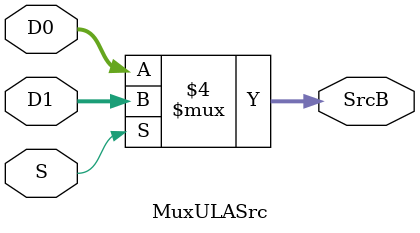
<source format=v>
module MuxULASrc(input [7:0]D1, D0, input S, 
					  output reg[7:0] SrcB);	
	always @*begin
		if(S == 0) begin
			SrcB = D0;
		end	
		else	
			SrcB = D1; 
	end
endmodule
</source>
